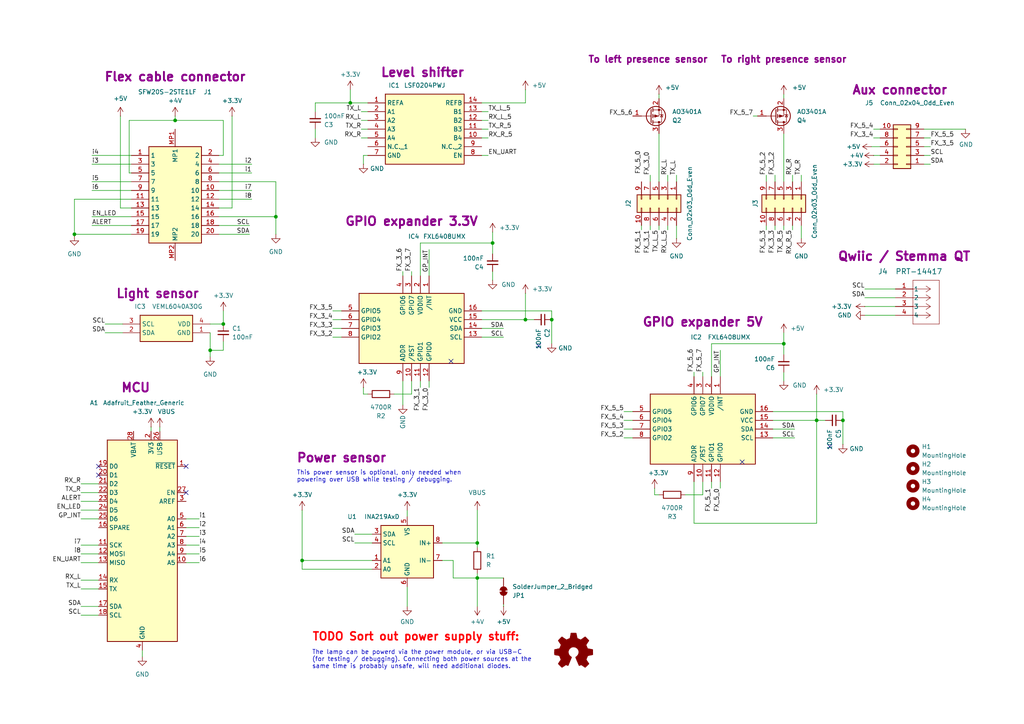
<source format=kicad_sch>
(kicad_sch (version 20231120) (generator "eeschema") (generator_version "8.0")
  (paper "A4")
  (title_block (title "besteLampe! ABL Controller Module") (date "2024-10-01") (rev "1.0") (comment 1 "See  https://lenaschimmel.de/besteLampe! for the source and more information") (comment 2 "This source describes Open Hardware and is licensed under the CERN-OHL-S v2.") (comment 3 "Copyright 2024 Lena Schimmel <mail@lenaschimmel.de>"))
  (lib_symbols
    (symbol "Connector_Generic:Conn_02x05_Odd_Even" (pin_names (offset 1.016) hide)
      (property "Reference" "J" (at 1.27 7.62 0))
      (property "Value" "Conn_02x05_Odd_Even" (at 1.27 -7.62 0))
      (symbol "Conn_02x05_Odd_Even_1_1"
        (pin passive line (at -5.08 5.08 0) (length 3.81) (name "Pin_1") (number "1"))
        (pin passive line (at 7.62 -5.08 180) (length 3.81) (name "Pin_10") (number "10"))
        (pin passive line (at 7.62 5.08 180) (length 3.81) (name "Pin_2") (number "2"))
        (pin passive line (at -5.08 2.54 0) (length 3.81) (name "Pin_3") (number "3"))
        (pin passive line (at 7.62 2.54 180) (length 3.81) (name "Pin_4") (number "4"))
        (pin passive line (at -5.08 0 0) (length 3.81) (name "Pin_5") (number "5"))
        (pin passive line (at 7.62 0 180) (length 3.81) (name "Pin_6") (number "6"))
        (pin passive line (at -5.08 -2.54 0) (length 3.81) (name "Pin_7") (number "7"))
        (pin passive line (at 7.62 -2.54 180) (length 3.81) (name "Pin_8") (number "8"))
        (pin passive line (at -5.08 -5.08 0) (length 3.81) (name "Pin_9") (number "9"))
      )
    )
    (symbol "Device:C_Small" (pin_numbers hide) (pin_names (offset 0.254) hide)
      (property "Reference" "C" (at 0.254 1.778 0))
      (property "Value" "C_Small" (at 0.254 -2.032 0))
      (symbol "C_Small_1_1"
        (pin passive line (at 0 2.54 270) (length 2.032) (name "~") (number "1"))
        (pin passive line (at 0 -2.54 90) (length 2.032) (name "~") (number "2"))
      )
    )
    (symbol "Device:R" (pin_numbers hide) (pin_names (offset 0))
      (property "Reference" "R" (at 2.032 0 90))
      (property "Value" "R" (at 0 0 90))
      (symbol "R_1_1"
        (pin passive line (at 0 3.81 270) (length 1.27) (name "~") (number "1"))
        (pin passive line (at 0 -3.81 90) (length 1.27) (name "~") (number "2"))
      )
    )
    (symbol "FXL6408UMX:FXL6408UMX"
      (property "Reference" "IC" (at 26.67 15.24 0))
      (property "Value" "FXL6408UMX" (at 26.67 12.7 0))
      (symbol "FXL6408UMX_1_1"
        (pin passive line (at 0 0 0) (length 5.08) (name "/INT") (number "1"))
        (pin passive line (at 30.48 -5.08 180) (length 5.08) (name "/RST") (number "10"))
        (pin passive line (at 30.48 -2.54 180) (length 5.08) (name "GPIO1") (number "11"))
        (pin passive line (at 30.48 0 180) (length 5.08) (name "GPIO0") (number "12"))
        (pin passive line (at 17.78 15.24 270) (length 5.08) (name "SCL") (number "13"))
        (pin passive line (at 15.24 15.24 270) (length 5.08) (name "SDA") (number "14"))
        (pin passive line (at 12.7 15.24 270) (length 5.08) (name "VCC") (number "15"))
        (pin passive line (at 10.16 15.24 270) (length 5.08) (name "GND") (number "16"))
        (pin passive line (at 0 -2.54 0) (length 5.08) (name "VDDIO") (number "2"))
        (pin passive line (at 0 -5.08 0) (length 5.08) (name "GPIO7") (number "3"))
        (pin passive line (at 0 -7.62 0) (length 5.08) (name "GPIO6") (number "4"))
        (pin passive line (at 10.16 -25.4 90) (length 5.08) (name "GPIO5") (number "5"))
        (pin passive line (at 12.7 -25.4 90) (length 5.08) (name "GPIO4") (number "6"))
        (pin passive line (at 15.24 -25.4 90) (length 5.08) (name "GPIO3") (number "7"))
        (pin passive line (at 17.78 -25.4 90) (length 5.08) (name "GPIO2") (number "8"))
        (pin passive line (at 30.48 -7.62 180) (length 5.08) (name "ADDR") (number "9"))
      )
    )
    (symbol "Graphic:Logo_Open_Hardware_Small" (in_bom no) (on_board no))
    (symbol "Jumper:SolderJumper_2_Bridged" (pin_numbers hide) (pin_names (offset 0) hide) (exclude_from_sim yes) (in_bom no)
      (property "Reference" "JP" (at 0 2.032 0))
      (property "Value" "SolderJumper_2_Bridged" (at 0 -2.54 0))
      (symbol "SolderJumper_2_Bridged_1_1"
        (pin passive line (at -3.81 0 0) (length 2.54) (name "A") (number "1"))
        (pin passive line (at 3.81 0 180) (length 2.54) (name "B") (number "2"))
      )
    )
    (symbol "LSF0204PWJ:LSF0204PWJ"
      (property "Reference" "IC" (at 29.21 7.62 0))
      (property "Value" "LSF0204PWJ" (at 29.21 5.08 0))
      (symbol "LSF0204PWJ_1_1"
        (pin passive line (at 0 0 0) (length 5.08) (name "REFA") (number "1"))
        (pin passive line (at 33.02 -10.16 180) (length 5.08) (name "B4") (number "10"))
        (pin passive line (at 33.02 -7.62 180) (length 5.08) (name "B3") (number "11"))
        (pin passive line (at 33.02 -5.08 180) (length 5.08) (name "B2") (number "12"))
        (pin passive line (at 33.02 -2.54 180) (length 5.08) (name "B1") (number "13"))
        (pin passive line (at 33.02 0 180) (length 5.08) (name "REFB") (number "14"))
        (pin passive line (at 0 -2.54 0) (length 5.08) (name "A1") (number "2"))
        (pin passive line (at 0 -5.08 0) (length 5.08) (name "A2") (number "3"))
        (pin passive line (at 0 -7.62 0) (length 5.08) (name "A3") (number "4"))
        (pin passive line (at 0 -10.16 0) (length 5.08) (name "A4") (number "5"))
        (pin passive line (at 0 -12.7 0) (length 5.08) (name "N.C._1") (number "6"))
        (pin passive line (at 0 -15.24 0) (length 5.08) (name "GND") (number "7"))
        (pin passive line (at 33.02 -15.24 180) (length 5.08) (name "EN") (number "8"))
        (pin passive line (at 33.02 -12.7 180) (length 5.08) (name "N.C._2") (number "9"))
      )
    )
    (symbol "MCU_Module:Adafruit_Feather_Generic"
      (property "Reference" "A" (at -10.16 29.21 0))
      (property "Value" "Adafruit_Feather_Generic" (at 2.54 -31.75 0))
      (symbol "Adafruit_Feather_Generic_1_1"
        (pin input line (at 12.7 20.32 180) (length 2.54) (name "~{RESET}") (number "1"))
        (pin bidirectional line (at 12.7 -7.62 180) (length 2.54) (name "A5") (number "10"))
        (pin bidirectional line (at -12.7 -2.54 0) (length 2.54) (name "SCK") (number "11"))
        (pin bidirectional line (at -12.7 -5.08 0) (length 2.54) (name "MOSI") (number "12"))
        (pin bidirectional line (at -12.7 -7.62 0) (length 2.54) (name "MISO") (number "13"))
        (pin bidirectional line (at -12.7 -12.7 0) (length 2.54) (name "RX") (number "14"))
        (pin bidirectional line (at -12.7 -15.24 0) (length 2.54) (name "TX") (number "15"))
        (pin bidirectional line (at -12.7 2.54 0) (length 2.54) (name "SPARE") (number "16"))
        (pin bidirectional line (at -12.7 -20.32 0) (length 2.54) (name "SDA") (number "17"))
        (pin bidirectional line (at -12.7 -22.86 0) (length 2.54) (name "SCL") (number "18"))
        (pin bidirectional line (at -12.7 20.32 0) (length 2.54) (name "D0") (number "19"))
        (pin power_in line (at 2.54 30.48 270) (length 2.54) (name "3V3") (number "2"))
        (pin bidirectional line (at -12.7 17.78 0) (length 2.54) (name "D1") (number "20"))
        (pin bidirectional line (at -12.7 15.24 0) (length 2.54) (name "D2") (number "21"))
        (pin bidirectional line (at -12.7 12.7 0) (length 2.54) (name "D3") (number "22"))
        (pin bidirectional line (at -12.7 10.16 0) (length 2.54) (name "D4") (number "23"))
        (pin bidirectional line (at -12.7 7.62 0) (length 2.54) (name "D5") (number "24"))
        (pin bidirectional line (at -12.7 5.08 0) (length 2.54) (name "D6") (number "25"))
        (pin power_in line (at 5.08 30.48 270) (length 2.54) (name "USB") (number "26"))
        (pin input line (at 12.7 12.7 180) (length 2.54) (name "EN") (number "27"))
        (pin power_in line (at -2.54 30.48 270) (length 2.54) (name "VBAT") (number "28"))
        (pin input line (at 12.7 10.16 180) (length 2.54) (name "AREF") (number "3"))
        (pin power_in line (at 0 -33.02 90) (length 2.54) (name "GND") (number "4"))
        (pin bidirectional line (at 12.7 5.08 180) (length 2.54) (name "A0") (number "5"))
        (pin bidirectional line (at 12.7 2.54 180) (length 2.54) (name "A1") (number "6"))
        (pin bidirectional line (at 12.7 0 180) (length 2.54) (name "A2") (number "7"))
        (pin bidirectional line (at 12.7 -2.54 180) (length 2.54) (name "A3") (number "8"))
        (pin bidirectional line (at 12.7 -5.08 180) (length 2.54) (name "A4") (number "9"))
      )
    )
    (symbol "Mechanical:MountingHole" (pin_names (offset 1.016)) (exclude_from_sim yes) (in_bom no)
      (property "Reference" "H" (at 0 5.08 0))
      (property "Value" "MountingHole" (at 0 3.175 0))
    )
    (symbol "PRT-14417:PRT-14417" (pin_names (offset 0.254))
      (property "Reference" "J" (at 8.89 6.35 0))
      (property "Value" "PRT-14417" (at 0 0 0))
      (symbol "PRT-14417_1_1"
        (pin unspecified line (at 0 0 0) (length 5.08) (name "1") (number "1"))
        (pin unspecified line (at 0 -2.54 0) (length 5.08) (name "2") (number "2"))
        (pin unspecified line (at 0 -5.08 0) (length 5.08) (name "3") (number "3"))
        (pin unspecified line (at 0 -7.62 0) (length 5.08) (name "4") (number "4"))
      )
      (symbol "PRT-14417_1_2"
        (pin unspecified line (at 0 0 0) (length 5.08) (name "1") (number "1"))
        (pin unspecified line (at 0 -2.54 0) (length 5.08) (name "2") (number "2"))
        (pin unspecified line (at 0 -5.08 0) (length 5.08) (name "3") (number "3"))
        (pin unspecified line (at 0 -7.62 0) (length 5.08) (name "4") (number "4"))
      )
    )
    (symbol "SFW20S-2STE1LF:SFW20S-2STE1LF"
      (property "Reference" "J" (at 34.29 12.7 0))
      (property "Value" "SFW20S-2STE1LF" (at 34.29 10.16 0))
      (symbol "SFW20S-2STE1LF_1_1"
        (pin passive line (at 7.62 -12.7 90) (length 5.08) (name "1") (number "1"))
        (pin passive line (at 17.78 12.7 270) (length 5.08) (name "10") (number "10"))
        (pin passive line (at 20.32 -12.7 90) (length 5.08) (name "11") (number "11"))
        (pin passive line (at 20.32 12.7 270) (length 5.08) (name "12") (number "12"))
        (pin passive line (at 22.86 -12.7 90) (length 5.08) (name "13") (number "13"))
        (pin passive line (at 22.86 12.7 270) (length 5.08) (name "14") (number "14"))
        (pin passive line (at 25.4 -12.7 90) (length 5.08) (name "15") (number "15"))
        (pin passive line (at 25.4 12.7 270) (length 5.08) (name "16") (number "16"))
        (pin passive line (at 27.94 -12.7 90) (length 5.08) (name "17") (number "17"))
        (pin passive line (at 27.94 12.7 270) (length 5.08) (name "18") (number "18"))
        (pin passive line (at 30.48 -12.7 90) (length 5.08) (name "19") (number "19"))
        (pin passive line (at 7.62 12.7 270) (length 5.08) (name "2") (number "2"))
        (pin passive line (at 30.48 12.7 270) (length 5.08) (name "20") (number "20"))
        (pin passive line (at 10.16 -12.7 90) (length 5.08) (name "3") (number "3"))
        (pin passive line (at 10.16 12.7 270) (length 5.08) (name "4") (number "4"))
        (pin passive line (at 12.7 -12.7 90) (length 5.08) (name "5") (number "5"))
        (pin passive line (at 12.7 12.7 270) (length 5.08) (name "6") (number "6"))
        (pin passive line (at 15.24 -12.7 90) (length 5.08) (name "7") (number "7"))
        (pin passive line (at 15.24 12.7 270) (length 5.08) (name "8") (number "8"))
        (pin passive line (at 17.78 -12.7 90) (length 5.08) (name "9") (number "9"))
        (pin passive line (at 0 0 0) (length 5.08) (name "MP1") (number "MP1"))
        (pin passive line (at 38.1 0 180) (length 5.08) (name "MP2") (number "MP2"))
      )
    )
    (symbol "Sensor_Energy:INA219AxD"
      (property "Reference" "U" (at -6.35 8.89 0))
      (property "Value" "INA219AxD" (at 5.08 8.89 0))
      (symbol "INA219AxD_1_1"
        (pin input line (at 10.16 -2.54 180) (length 2.54) (name "A1") (number "1"))
        (pin input line (at 10.16 -5.08 180) (length 2.54) (name "A0") (number "2"))
        (pin bidirectional line (at 10.16 5.08 180) (length 2.54) (name "SDA") (number "3"))
        (pin input line (at 10.16 2.54 180) (length 2.54) (name "SCL") (number "4"))
        (pin power_in line (at 0 10.16 270) (length 2.54) (name "VS") (number "5"))
        (pin power_in line (at 0 -10.16 90) (length 2.54) (name "GND") (number "6"))
        (pin input line (at -10.16 -2.54 0) (length 2.54) (name "IN-") (number "7"))
        (pin input line (at -10.16 2.54 0) (length 2.54) (name "IN+") (number "8"))
      )
    )
    (symbol "Transistor_FET:AO3401A" (pin_names hide)
      (property "Reference" "Q" (at 5.08 1.905 0))
      (property "Value" "AO3401A" (at 5.08 0 0))
      (symbol "AO3401A_1_1"
        (pin input line (at -5.08 0 0) (length 2.54) (name "G") (number "1"))
        (pin passive line (at 2.54 -5.08 90) (length 2.54) (name "S") (number "2"))
        (pin passive line (at 2.54 5.08 270) (length 2.54) (name "D") (number "3"))
      )
    )
    (symbol "VEML6040A3OG:VEML6040A3OG"
      (property "Reference" "IC" (at 21.59 7.62 0))
      (property "Value" "VEML6040A3OG" (at 21.59 5.08 0))
      (symbol "VEML6040A3OG_1_1"
        (pin passive line (at 25.4 0 180) (length 5.08) (name "GND") (number "1"))
        (pin passive line (at 0 0 0) (length 5.08) (name "SDA") (number "2"))
        (pin passive line (at 0 -2.54 0) (length 5.08) (name "SCL") (number "3"))
        (pin passive line (at 25.4 -2.54 180) (length 5.08) (name "VDD") (number "4"))
      )
    )
    (symbol "power:+3.3V" (power) (pin_numbers hide) (pin_names (offset 0) hide)
      (property "Value" "+3.3V" (at 0 3.556 0))
      (symbol "+3.3V_1_1"
        (pin power_in line (at 0 0 90) (length 0) (name "~") (number "1"))
      )
    )
    (symbol "power:+4V" (power) (pin_numbers hide) (pin_names (offset 0) hide)
      (property "Value" "+4V" (at 0 3.556 0))
      (symbol "+4V_1_1"
        (pin power_in line (at 0 0 90) (length 0) (name "~") (number "1"))
      )
    )
    (symbol "power:+5V" (power) (pin_numbers hide) (pin_names (offset 0) hide)
      (property "Value" "+5V" (at 0 3.556 0))
      (symbol "+5V_1_1"
        (pin power_in line (at 0 0 90) (length 0) (name "~") (number "1"))
      )
    )
    (symbol "power:GND" (power) (pin_numbers hide) (pin_names (offset 0) hide)
      (property "Value" "GND" (at 0 -3.81 0))
      (symbol "GND_1_1"
        (pin power_in line (at 0 0 270) (length 0) (name "~") (number "1"))
      )
    )
    (symbol "power:VBUS" (power) (pin_numbers hide) (pin_names (offset 0) hide)
      (property "Value" "VBUS" (at 0 3.556 0))
      (symbol "VBUS_1_1"
        (pin power_in line (at 0 0 90) (length 0) (name "~") (number "1"))
      )
    )
  )
  (junction (at 21.59 67.945))
  (junction (at 236.855 121.92))
  (junction (at 160.02 92.71))
  (junction (at 87.63 162.56))
  (junction (at 138.43 167.64))
  (junction (at 227.33 99.695))
  (junction (at 80.01 62.865))
  (junction (at 152.4 92.71))
  (junction (at 64.77 93.98))
  (junction (at 101.6 29.845))
  (junction (at 244.475 121.92))
  (junction (at 50.8 34.925))
  (junction (at 142.875 70.485))
  (junction (at 138.43 157.48))
  (junction (at 60.96 101.6))
  (no_connect (at 28.575 137.795))
  (no_connect (at 53.975 135.255))
  (no_connect (at 215.265 133.985))
  (no_connect (at 240.665 129.54))
  (no_connect (at 53.975 142.875))
  (no_connect (at 28.575 135.255))
  (no_connect (at 130.81 104.775))
  (no_connect (at 156.21 100.33))
  (wire (pts (xy 64.77 90.17) (xy 64.77 93.98)))
  (wire (pts (xy 131.445 162.56) (xy 128.27 162.56)))
  (wire (pts (xy 53.975 158.115) (xy 57.785 158.115)))
  (wire (pts (xy 107.95 154.94) (xy 102.87 154.94)))
  (wire (pts (xy 53.975 153.035) (xy 57.785 153.035)))
  (wire (pts (xy 119.38 110.49) (xy 119.38 114.3)))
  (wire (pts (xy 250.825 91.44) (xy 259.715 91.44)))
  (wire (pts (xy 160.02 99.695) (xy 160.02 92.71)))
  (wire (pts (xy 64.77 93.98) (xy 60.96 93.98)))
  (wire (pts (xy 53.975 155.575) (xy 57.785 155.575)))
  (wire (pts (xy 269.875 45.085) (xy 267.97 45.085)))
  (wire (pts (xy 60.96 96.52) (xy 60.96 101.6)))
  (wire (pts (xy 138.43 167.64) (xy 138.43 166.37)))
  (wire (pts (xy 50.8 34.925) (xy 64.77 34.925)))
  (wire (pts (xy 128.27 157.48) (xy 138.43 157.48)))
  (wire (pts (xy 105.41 114.3) (xy 106.68 114.3)))
  (wire (pts (xy 236.855 114.3) (xy 236.855 121.92)))
  (wire (pts (xy 60.96 101.6) (xy 60.96 103.505)))
  (wire (pts (xy 236.855 151.765) (xy 201.295 151.765)))
  (wire (pts (xy 119.38 114.3) (xy 114.3 114.3)))
  (wire (pts (xy 23.495 170.815) (xy 28.575 170.815)))
  (wire (pts (xy 222.25 50.8) (xy 222.25 52.705)))
  (wire (pts (xy 63.5 57.785) (xy 73.025 57.785)))
  (wire (pts (xy 227.33 110.49) (xy 227.33 107.95)))
  (wire (pts (xy 139.7 34.925) (xy 141.605 34.925)))
  (wire (pts (xy 203.835 143.51) (xy 198.755 143.51)))
  (wire (pts (xy 53.975 150.495) (xy 57.785 150.495)))
  (wire (pts (xy 239.395 121.92) (xy 236.855 121.92)))
  (wire (pts (xy 250.825 83.82) (xy 259.715 83.82)))
  (wire (pts (xy 121.92 70.485) (xy 121.92 80.01)))
  (wire (pts (xy 96.52 97.79) (xy 99.06 97.79)))
  (wire (pts (xy 23.495 142.875) (xy 28.575 142.875)))
  (wire (pts (xy 139.7 40.005) (xy 141.605 40.005)))
  (wire (pts (xy 152.4 92.71) (xy 139.7 92.71)))
  (wire (pts (xy 230.505 124.46) (xy 224.155 124.46)))
  (wire (pts (xy 236.855 121.92) (xy 236.855 151.765)))
  (wire (pts (xy 208.915 109.22) (xy 208.915 101.6)))
  (wire (pts (xy 208.915 141.605) (xy 208.915 139.7)))
  (wire (pts (xy 107.95 157.48) (xy 102.87 157.48)))
  (wire (pts (xy 104.775 32.385) (xy 106.68 32.385)))
  (wire (pts (xy 53.975 163.195) (xy 57.785 163.195)))
  (wire (pts (xy 142.875 73.66) (xy 142.875 70.485)))
  (wire (pts (xy 186.055 65.405) (xy 186.055 66.675)))
  (wire (pts (xy 23.495 175.895) (xy 28.575 175.895)))
  (wire (pts (xy 104.775 40.005) (xy 106.68 40.005)))
  (wire (pts (xy 269.875 40.005) (xy 267.97 40.005)))
  (wire (pts (xy 41.275 188.595) (xy 41.275 190.5)))
  (wire (pts (xy 244.475 119.38) (xy 244.475 121.92)))
  (wire (pts (xy 96.52 92.71) (xy 99.06 92.71)))
  (wire (pts (xy 23.495 147.955) (xy 28.575 147.955)))
  (wire (pts (xy 232.41 69.215) (xy 232.41 65.405)))
  (wire (pts (xy 139.7 32.385) (xy 141.605 32.385)))
  (wire (pts (xy 139.7 45.085) (xy 141.605 45.085)))
  (wire (pts (xy 43.815 123.825) (xy 43.815 125.095)))
  (wire (pts (xy 91.44 32.385) (xy 91.44 29.845)))
  (wire (pts (xy 63.5 65.405) (xy 72.39 65.405)))
  (wire (pts (xy 96.52 90.17) (xy 99.06 90.17)))
  (wire (pts (xy 146.05 175.26) (xy 146.05 175.895)))
  (wire (pts (xy 230.505 127) (xy 224.155 127)))
  (wire (pts (xy 80.01 52.705) (xy 80.01 62.865)))
  (wire (pts (xy 23.495 160.655) (xy 28.575 160.655)))
  (wire (pts (xy 138.43 167.64) (xy 146.05 167.64)))
  (wire (pts (xy 191.135 27.305) (xy 191.135 28.575)))
  (wire (pts (xy 87.63 162.56) (xy 107.95 162.56)))
  (wire (pts (xy 124.46 80.01) (xy 124.46 72.39)))
  (wire (pts (xy 227.33 27.305) (xy 227.33 28.575)))
  (wire (pts (xy 142.875 67.31) (xy 142.875 70.485)))
  (wire (pts (xy 87.63 147.955) (xy 87.63 162.56)))
  (wire (pts (xy 224.79 50.8) (xy 224.79 52.705)))
  (wire (pts (xy 244.475 128.905) (xy 244.475 121.92)))
  (wire (pts (xy 180.975 127) (xy 183.515 127)))
  (wire (pts (xy 63.5 47.625) (xy 73.025 47.625)))
  (wire (pts (xy 46.355 123.825) (xy 46.355 125.095)))
  (wire (pts (xy 87.63 165.1) (xy 107.95 165.1)))
  (wire (pts (xy 116.84 80.01) (xy 116.84 78.74)))
  (wire (pts (xy 206.375 99.695) (xy 206.375 109.22)))
  (wire (pts (xy 146.05 95.25) (xy 139.7 95.25)))
  (wire (pts (xy 119.38 80.01) (xy 119.38 78.74)))
  (wire (pts (xy 63.5 55.245) (xy 73.025 55.245)))
  (wire (pts (xy 180.975 119.38) (xy 183.515 119.38)))
  (wire (pts (xy 23.495 163.195) (xy 28.575 163.195)))
  (wire (pts (xy 50.8 33.655) (xy 50.8 34.925)))
  (wire (pts (xy 203.835 139.7) (xy 203.835 143.51)))
  (wire (pts (xy 227.33 38.735) (xy 227.33 52.705)))
  (wire (pts (xy 67.31 33.655) (xy 67.31 60.325)))
  (wire (pts (xy 26.67 47.625) (xy 38.1 47.625)))
  (wire (pts (xy 64.77 45.085) (xy 63.5 45.085)))
  (wire (pts (xy 191.135 65.405) (xy 191.135 66.675)))
  (wire (pts (xy 63.5 50.165) (xy 73.025 50.165)))
  (wire (pts (xy 236.855 121.92) (xy 224.155 121.92)))
  (wire (pts (xy 250.825 88.9) (xy 259.715 88.9)))
  (wire (pts (xy 191.135 38.735) (xy 191.135 52.705)))
  (wire (pts (xy 227.33 96.52) (xy 227.33 99.695)))
  (wire (pts (xy 138.43 175.895) (xy 138.43 167.64)))
  (wire (pts (xy 131.445 167.64) (xy 138.43 167.64)))
  (wire (pts (xy 23.495 158.115) (xy 28.575 158.115)))
  (wire (pts (xy 63.5 52.705) (xy 80.01 52.705)))
  (wire (pts (xy 26.67 65.405) (xy 38.1 65.405)))
  (wire (pts (xy 38.1 57.785) (xy 21.59 57.785)))
  (wire (pts (xy 253.365 40.005) (xy 255.27 40.005)))
  (wire (pts (xy 196.215 69.215) (xy 196.215 65.405)))
  (wire (pts (xy 118.11 147.955) (xy 118.11 149.86)))
  (wire (pts (xy 146.05 97.79) (xy 139.7 97.79)))
  (wire (pts (xy 253.365 47.625) (xy 255.27 47.625)))
  (wire (pts (xy 23.495 178.435) (xy 28.575 178.435)))
  (wire (pts (xy 30.48 93.98) (xy 35.56 93.98)))
  (wire (pts (xy 152.4 85.09) (xy 152.4 92.71)))
  (wire (pts (xy 160.02 90.17) (xy 160.02 92.71)))
  (wire (pts (xy 180.975 121.92) (xy 183.515 121.92)))
  (wire (pts (xy 196.215 52.705) (xy 196.215 50.8)))
  (wire (pts (xy 116.84 110.49) (xy 116.84 117.475)))
  (wire (pts (xy 105.41 112.395) (xy 105.41 114.3)))
  (wire (pts (xy 34.925 60.325) (xy 38.1 60.325)))
  (wire (pts (xy 131.445 162.56) (xy 131.445 167.64)))
  (wire (pts (xy 124.46 112.395) (xy 124.46 110.49)))
  (wire (pts (xy 189.865 141.605) (xy 189.865 143.51)))
  (wire (pts (xy 104.775 34.925) (xy 106.68 34.925)))
  (wire (pts (xy 267.97 47.625) (xy 269.875 47.625)))
  (wire (pts (xy 80.01 67.945) (xy 80.01 62.865)))
  (wire (pts (xy 34.925 33.655) (xy 34.925 60.325)))
  (wire (pts (xy 23.495 140.335) (xy 28.575 140.335)))
  (wire (pts (xy 63.5 62.865) (xy 80.01 62.865)))
  (wire (pts (xy 104.775 37.465) (xy 106.68 37.465)))
  (wire (pts (xy 269.875 42.545) (xy 267.97 42.545)))
  (wire (pts (xy 139.7 29.845) (xy 152.4 29.845)))
  (wire (pts (xy 193.675 66.675) (xy 193.675 65.405)))
  (wire (pts (xy 139.7 90.17) (xy 160.02 90.17)))
  (wire (pts (xy 21.59 57.785) (xy 21.59 67.945)))
  (wire (pts (xy 201.295 109.22) (xy 201.295 107.95)))
  (wire (pts (xy 253.365 45.085) (xy 255.27 45.085)))
  (wire (pts (xy 139.7 37.465) (xy 141.605 37.465)))
  (wire (pts (xy 53.975 160.655) (xy 57.785 160.655)))
  (wire (pts (xy 64.77 99.06) (xy 64.77 101.6)))
  (wire (pts (xy 30.48 96.52) (xy 35.56 96.52)))
  (wire (pts (xy 218.44 33.655) (xy 219.71 33.655)))
  (wire (pts (xy 26.67 45.085) (xy 38.1 45.085)))
  (wire (pts (xy 222.25 65.405) (xy 222.25 66.675)))
  (wire (pts (xy 91.44 40.005) (xy 91.44 37.465)))
  (wire (pts (xy 105.41 47.625) (xy 105.41 45.085)))
  (wire (pts (xy 26.67 52.705) (xy 38.1 52.705)))
  (wire (pts (xy 188.595 50.8) (xy 188.595 52.705)))
  (wire (pts (xy 193.675 50.8) (xy 193.675 52.705)))
  (wire (pts (xy 152.4 26.035) (xy 152.4 29.845)))
  (wire (pts (xy 180.975 124.46) (xy 183.515 124.46)))
  (wire (pts (xy 101.6 26.035) (xy 101.6 29.845)))
  (wire (pts (xy 38.1 50.165) (xy 37.465 50.165)))
  (wire (pts (xy 154.94 92.71) (xy 152.4 92.71)))
  (wire (pts (xy 87.63 162.56) (xy 87.63 165.1)))
  (wire (pts (xy 105.41 45.085) (xy 106.68 45.085)))
  (wire (pts (xy 203.835 109.22) (xy 203.835 107.95)))
  (wire (pts (xy 60.96 101.6) (xy 64.77 101.6)))
  (wire (pts (xy 67.31 60.325) (xy 63.5 60.325)))
  (wire (pts (xy 138.43 157.48) (xy 138.43 158.75)))
  (wire (pts (xy 267.97 37.465) (xy 280.035 37.465)))
  (wire (pts (xy 206.375 99.695) (xy 227.33 99.695)))
  (wire (pts (xy 118.11 170.18) (xy 118.11 175.895)))
  (wire (pts (xy 121.92 70.485) (xy 142.875 70.485)))
  (wire (pts (xy 227.33 65.405) (xy 227.33 66.675)))
  (wire (pts (xy 50.8 34.925) (xy 37.465 34.925)))
  (wire (pts (xy 101.6 29.845) (xy 106.68 29.845)))
  (wire (pts (xy 227.33 102.87) (xy 227.33 99.695)))
  (wire (pts (xy 63.5 67.945) (xy 72.39 67.945)))
  (wire (pts (xy 26.67 62.865) (xy 38.1 62.865)))
  (wire (pts (xy 26.67 55.245) (xy 38.1 55.245)))
  (wire (pts (xy 21.59 67.945) (xy 38.1 67.945)))
  (wire (pts (xy 23.495 168.275) (xy 28.575 168.275)))
  (wire (pts (xy 142.875 81.28) (xy 142.875 78.74)))
  (wire (pts (xy 91.44 29.845) (xy 101.6 29.845)))
  (wire (pts (xy 23.495 150.495) (xy 28.575 150.495)))
  (wire (pts (xy 21.59 68.58) (xy 21.59 67.945)))
  (wire (pts (xy 253.365 37.465) (xy 255.27 37.465)))
  (wire (pts (xy 189.865 143.51) (xy 191.135 143.51)))
  (wire (pts (xy 37.465 34.925) (xy 37.465 50.165)))
  (wire (pts (xy 23.495 145.415) (xy 28.575 145.415)))
  (wire (pts (xy 252.73 42.545) (xy 255.27 42.545)))
  (wire (pts (xy 121.92 112.395) (xy 121.92 110.49)))
  (wire (pts (xy 188.595 65.405) (xy 188.595 66.675)))
  (wire (pts (xy 206.375 141.605) (xy 206.375 139.7)))
  (wire (pts (xy 229.87 50.8) (xy 229.87 52.705)))
  (wire (pts (xy 224.79 65.405) (xy 224.79 66.675)))
  (wire (pts (xy 232.41 50.8) (xy 232.41 52.705)))
  (wire (pts (xy 96.52 95.25) (xy 99.06 95.25)))
  (wire (pts (xy 250.825 86.36) (xy 259.715 86.36)))
  (wire (pts (xy 224.155 119.38) (xy 244.475 119.38)))
  (wire (pts (xy 138.43 147.955) (xy 138.43 157.48)))
  (wire (pts (xy 229.87 65.405) (xy 229.87 66.675)))
  (wire (pts (xy 64.77 34.925) (xy 64.77 45.085)))
  (wire (pts (xy 201.295 139.7) (xy 201.295 151.765)))
  (text_box "The lamp can be powerd via the power module, or via USB-C (for testing / debugging). Connecting both power sources at the same time is probably unsafe, will need additional diodes." (at 89.535 187.325 0) (size 66.04 10.16) (stroke (width -0.0001)) (effects (font (size 1.27 1.27)) (justify left top)))
  (text_box "This power sensor is optional, only needed when powering over USB while testing / debugging." (at 85.09 135.255 0) (size 53.975 6.35) (stroke (width -0.0001)) (effects (font (size 1.27 1.27)) (justify left top)))
  (text "TODO Sort out power supply stuff:" (at 120.65 184.785 0) (effects (font (size 2.286 2.286) (thickness 0.4572) (bold yes))))
  (label "RX_L" (at 193.675 50.8 90))
  (label "EN_LED" (at 26.67 62.865 0))
  (label "SDA" (at 230.505 124.46 180))
  (label "EN_UART" (at 141.605 45.085 0))
  (label "SCL" (at 72.39 65.405 180))
  (label "SDA" (at 269.875 47.625 0))
  (label "FX_3_5" (at 269.875 42.545 0))
  (label "FX_3_0" (at 188.595 50.8 90))
  (label "FX_5_2" (at 180.975 127 180))
  (label "ALERT" (at 26.67 65.405 0))
  (label "RX_R" (at 104.775 40.005 180))
  (label "TX_R_5" (at 227.33 66.675 270))
  (label "i3" (at 26.67 47.625 0))
  (label "EN_LED" (at 23.495 147.955 180))
  (label "FX_5_5" (at 180.975 119.38 180))
  (label "i6" (at 26.67 55.245 0))
  (label "i5" (at 57.785 160.655 0))
  (label "i7" (at 73.025 55.245 180))
  (label "FX_3_6" (at 116.84 78.74 90))
  (label "FX_3_3" (at 224.79 66.675 270))
  (label "RX_L" (at 104.775 34.925 180))
  (label "TX_L_5" (at 141.605 32.385 0))
  (label "FX_3_1" (at 188.595 66.675 270))
  (label "TX_L" (at 104.775 32.385 180))
  (label "FX_5_0" (at 208.915 141.605 270))
  (label "TX_L" (at 196.215 50.8 90))
  (label "SCL" (at 102.87 157.48 180))
  (label "FX_3_3" (at 96.52 95.25 180))
  (label "i4" (at 57.785 158.115 0))
  (label "SCL" (at 146.05 97.79 180))
  (label "i1" (at 57.785 150.495 0))
  (label "FX_5_2" (at 222.25 50.8 90))
  (label "TX_L_5" (at 191.135 66.675 270))
  (label "i5" (at 26.67 52.705 0))
  (label "FX_5_7" (at 218.44 33.655 180))
  (label " FX_5_1" (at 186.055 66.675 270))
  (label "RX_L_5" (at 141.605 34.925 0))
  (label "SCL" (at 23.495 178.435 180))
  (label "i1" (at 73.025 50.165 180))
  (label "FX_3_2" (at 96.52 97.79 180))
  (label "SDA" (at 102.87 154.94 180))
  (label "i3" (at 57.785 155.575 0))
  (label "SDA" (at 23.495 175.895 180))
  (label "i2" (at 73.025 47.625 180))
  (label "RX_R_5" (at 229.87 66.675 270))
  (label "i8" (at 23.495 160.655 180))
  (label "FX_5_6" (at 183.515 33.655 180))
  (label "SDA" (at 250.825 86.36 180))
  (label "TX_R_5" (at 141.605 37.465 0))
  (label "FX_3_2" (at 224.79 50.8 90))
  (label "SCL" (at 230.505 127 180))
  (label "SCL" (at 269.875 45.085 0))
  (label "FX_3_1" (at 121.92 112.395 270))
  (label "TX_R" (at 232.41 50.8 90))
  (label "i8" (at 73.025 57.785 180))
  (label "RX_L_5" (at 193.675 66.675 270))
  (label "FX_3_7" (at 119.38 78.74 90))
  (label "i6" (at 57.785 163.195 0))
  (label "FX_3_5" (at 96.52 90.17 180))
  (label "RX_R_5" (at 141.605 40.005 0))
  (label "FX_3_4" (at 253.365 40.005 180))
  (label "TX_R" (at 23.495 142.875 180))
  (label "RX_L" (at 23.495 168.275 180))
  (label " FX_5_0" (at 186.055 51.435 90))
  (label "SCL" (at 250.825 83.82 180))
  (label "FX_5_6" (at 201.295 107.95 90))
  (label "RX_R" (at 23.495 140.335 180))
  (label "FX_5_4" (at 180.975 121.92 180))
  (label "FX_3_0" (at 124.46 112.395 270))
  (label "GP_INT" (at 208.915 101.6 270))
  (label "FX_3_4" (at 96.52 92.71 180))
  (label "i7" (at 23.495 158.115 180))
  (label "FX_5_7" (at 203.835 107.95 90))
  (label "SDA" (at 30.48 96.52 180))
  (label "FX_5_1" (at 206.375 141.605 270))
  (label "ALERT" (at 23.495 145.415 180))
  (label "GP_INT" (at 124.46 72.39 270))
  (label "GP_INT" (at 23.495 150.495 180))
  (label "SDA" (at 146.05 95.25 180))
  (label "FX_5_3" (at 180.975 124.46 180))
  (label "i4" (at 26.67 45.085 0))
  (label "FX_5_4" (at 253.365 37.465 180))
  (label "RX_R" (at 229.87 50.8 90))
  (label "TX_R" (at 104.775 37.465 180))
  (label "EN_UART" (at 23.495 163.195 180))
  (label "SCL" (at 30.48 93.98 180))
  (label "TX_L" (at 23.495 170.815 180))
  (label "SDA" (at 72.39 67.945 180))
  (label "i2" (at 57.785 153.035 0))
  (label "FX_5_3" (at 222.25 66.675 270))
  (label "FX_5_5" (at 269.875 40.005 0))
  (symbol (lib_id "power:GND") (at 41.275 190.5 0) (unit 1)
    (property "Reference" "#PWR08" (effects (hide yes)))
    (property "Value" "GND" (at 41.275 195.58 0))
    (property "Description" "Power symbol creates a global label with name \"GND\" , ground" (effects (hide yes)))
  )
  (symbol (lib_id "power:+5V") (at 191.135 27.305 0) (unit 1)
    (property "Reference" "#PWR016" (effects (hide yes)))
    (property "Value" "+5V" (at 194.945 25.4 0))
    (property "Description" "Power symbol creates a global label with name \"+5V\"" (effects (hide yes)))
  )
  (symbol (lib_id "Connector_Generic:Conn_02x05_Odd_Even") (at 262.89 42.545 180) (unit 1)
    (property "Reference" "J5" (at 252.095 29.845 0))
    (property "Value" "Conn_02x04_Odd_Even" (at 266.065 29.845 0))
    (property "Footprint" "Connector_IDC:IDC-Header_2x05_P2.54mm_Vertical" (effects (hide yes)))
    (property "Description" "Generic connector, double row, 02x05, odd/even pin numbering scheme (row 1 odd numbers, row 2 even numbers), script generated (kicad-library-utils/schlib/autogen/connector/)" (effects (hide yes)))
    (property "Purpose" "Aux connector" (at 260.985 26.035 0) (effects (font (size 2.54 2.54) (bold yes))))
  )
  (symbol (lib_id "Mechanical:MountingHole") (at 264.795 146.05 0) (unit 1) (exclude_from_sim yes) (in_bom no)
    (property "Reference" "H4" (at 267.335 144.7799 0) (effects (justify left)))
    (property "Value" "MountingHole" (at 267.335 147.3199 0) (effects (justify left)))
    (property "Footprint" "MountingHole:MountingHole_3.2mm_M3_DIN965" (effects (hide yes)))
    (property "Description" "Mounting Hole without connection" (effects (hide yes)))
  )
  (symbol (lib_id "power:+4V") (at 253.365 45.085 90) (unit 1)
    (property "Reference" "#PWR025" (effects (hide yes)))
    (property "Value" "+4V" (at 246.38 45.085 90) (effects (justify right)))
    (property "Description" "Power symbol creates a global label with name \"+4V\"" (effects (hide yes)))
  )
  (symbol (lib_id "power:GND") (at 250.825 91.44 270) (unit 1)
    (property "Reference" "#PWR022" (effects (hide yes)))
    (property "Value" "GND" (at 247.015 91.4399 90) (effects (justify right)))
    (property "Description" "Power symbol creates a global label with name \"GND\" , ground" (effects (hide yes)))
  )
  (symbol (lib_id "power:GND") (at 227.33 110.49 0) (mirror y) (unit 1)
    (property "Reference" "#PWR037" (effects (hide yes)))
    (property "Value" "GND" (at 229.87 111.7601 0) (effects (justify right)))
    (property "Description" "Power symbol creates a global label with name \"GND\" , ground" (effects (hide yes)))
  )
  (symbol (lib_id "power:GND") (at 116.84 117.475 0) (unit 1)
    (property "Reference" "#PWR028" (effects (hide yes)))
    (property "Value" "GND" (at 116.84 124.46 90) (effects (justify left)))
    (property "Description" "Power symbol creates a global label with name \"GND\" , ground" (effects (hide yes)))
  )
  (symbol (lib_id "power:+3.3V") (at 142.875 67.31 0) (mirror y) (unit 1)
    (property "Reference" "#PWR042" (effects (hide yes)))
    (property "Value" "+3.3V" (at 144.78 66.0399 0) (effects (justify right)))
    (property "Description" "Power symbol creates a global label with name \"+3.3V\"" (effects (hide yes)))
  )
  (symbol (lib_id "power:+3.3V") (at 250.825 88.9 90) (unit 1)
    (property "Reference" "#PWR021" (effects (hide yes)))
    (property "Value" "+3.3V" (at 247.015 88.8999 90) (effects (justify left)))
    (property "Description" "Power symbol creates a global label with name \"+3.3V\"" (effects (hide yes)))
  )
  (symbol (lib_id "power:+5V") (at 34.925 33.655 0) (unit 1)
    (property "Reference" "#PWR03" (effects (hide yes)))
    (property "Value" "+5V" (at 34.925 28.575 0))
    (property "Description" "Power symbol creates a global label with name \"+5V\"" (effects (hide yes)))
  )
  (symbol (lib_id "Sensor_Energy:INA219AxD") (at 118.11 160.02 0) (mirror y) (unit 1)
    (property "Reference" "U1" (at 103.505 149.86 0) (effects (justify left)))
    (property "Value" "INA219AxD" (at 115.9159 149.86 0) (effects (justify left)))
    (property "Footprint" "Package_SO:SOIC-8_3.9x4.9mm_P1.27mm" (effects (hide yes)))
    (property "Datasheet" "http://www.ti.com/lit/ds/symlink/ina219.pdf" (effects (hide yes)))
    (property "Description" "Zero-Drift, Bidirectional Current/Power Monitor (0-26V) With I2C Interface, SOIC-8" (effects (hide yes)))
    (property "LCSC Part #" "C138706" (effects (hide yes)))
    (property "Purpose" "Power sensor" (at 99.06 132.715 0) (effects (font (size 2.54 2.54) (bold yes))))
  )
  (symbol (lib_id "power:+3.3V") (at 189.865 141.605 0) (mirror y) (unit 1)
    (property "Reference" "#PWR015" (effects (hide yes)))
    (property "Value" "+3.3V" (at 187.96 137.16 0) (effects (justify right)))
    (property "Description" "Power symbol creates a global label with name \"+3.3V\"" (effects (hide yes)))
  )
  (symbol (lib_id "power:GND") (at 21.59 68.58 0) (unit 1)
    (property "Reference" "#PWR02" (effects (hide yes)))
    (property "Value" "GND" (at 21.59 73.66 0))
    (property "Description" "Power symbol creates a global label with name \"GND\" , ground" (effects (hide yes)))
  )
  (symbol (lib_id "power:VBUS") (at 138.43 147.955 0) (unit 1)
    (property "Reference" "#PWR036" (effects (hide yes)))
    (property "Value" "VBUS" (at 138.43 142.875 0))
    (property "Description" "Power symbol creates a global label with name \"VBUS\"" (effects (hide yes)))
  )
  (symbol (lib_id "power:+3.3V") (at 152.4 85.09 0) (mirror y) (unit 1)
    (property "Reference" "#PWR035" (effects (hide yes)))
    (property "Value" "+3.3V" (at 154.305 83.8199 0) (effects (justify right)))
    (property "Description" "Power symbol creates a global label with name \"+3.3V\"" (effects (hide yes)))
  )
  (symbol (lib_id "power:+5V") (at 152.4 26.035 0) (unit 1)
    (property "Reference" "#PWR041" (effects (hide yes)))
    (property "Value" "+5V" (at 154.305 24.7649 0) (effects (justify left)))
    (property "Description" "Power symbol creates a global label with name \"+5V\"" (effects (hide yes)))
  )
  (symbol (lib_id "power:GND") (at 80.01 67.945 0) (unit 1)
    (property "Reference" "#PWR06" (effects (hide yes)))
    (property "Value" "GND" (at 80.01 73.025 0))
    (property "Description" "Power symbol creates a global label with name \"GND\" , ground" (effects (hide yes)))
  )
  (symbol (lib_id "Mechanical:MountingHole") (at 264.795 135.89 0) (unit 1) (exclude_from_sim yes) (in_bom no)
    (property "Reference" "H2" (at 267.335 134.6199 0) (effects (justify left)))
    (property "Value" "MountingHole" (at 267.335 137.1599 0) (effects (justify left)))
    (property "Footprint" "MountingHole:MountingHole_3.2mm_M3_DIN965" (effects (hide yes)))
    (property "Description" "Mounting Hole without connection" (effects (hide yes)))
  )
  (symbol (lib_id "power:+5V") (at 146.05 175.895 180) (unit 1)
    (property "Reference" "#PWR09" (effects (hide yes)))
    (property "Value" "+5V" (at 146.05 180.34 0))
    (property "Description" "Power symbol creates a global label with name \"+5V\"" (effects (hide yes)))
  )
  (symbol (lib_id "Device:C_Small") (at 157.48 92.71 270) (unit 1)
    (property "Reference" "C2" (at 158.7438 95.25 0) (effects (justify left)))
    (property "Value" "100nF" (at 156.2038 95.25 0) (effects (justify left)))
    (property "Footprint" "Capacitor_SMD:C_0402_1005Metric" (effects (hide yes)))
    (property "Description" "Unpolarized capacitor, small symbol" (effects (hide yes)))
    (property "LCSC Part #" "C1525" (effects (hide yes)))
    (property "Purpose" "Decoupling" (effects (hide yes)))
  )
  (symbol (lib_id "VEML6040A3OG:VEML6040A3OG") (at 35.56 96.52 0) (mirror x) (unit 1)
    (property "Reference" "IC3" (at 40.64 88.9 0))
    (property "Value" "VEML6040A3OG" (at 51.435 88.9 0))
    (property "Footprint" "VEML6040A3OG" (effects (hide yes)))
    (property "Datasheet" "https://www.vishay.com/docs/84276/veml6040.pdf" (effects (hide yes)))
    (property "Description" "Photo IC Sensors RGBW Clr Snsr w/I2C 16-Bit 2.5-3.6V" (effects (hide yes)))
    (property "Height" "1.1" (effects (hide yes)))
    (property "Mouser Part Number" "78-VEML6040A3OG" (effects (hide yes)))
    (property "Mouser Price/Stock" "https://www.mouser.co.uk/ProductDetail/Vishay-Semiconductors/VEML6040A3OG?qs=uWNRbsI0ZdO85N24FCwIew%3D%3D" (effects (hide yes)))
    (property "Manufacturer_Name" "Vishay" (effects (hide yes)))
    (property "Manufacturer_Part_Number" "VEML6040A3OG" (effects (hide yes)))
    (property "LCSC Part #" "C78465" (effects (hide yes)))
    (property "Purpose" "Light sensor" (at 45.72 85.09 0) (effects (font (size 2.54 2.54) (bold yes))))
  )
  (symbol (lib_id "power:GND") (at 196.215 69.215 0) (unit 1)
    (property "Reference" "#PWR011" (effects (hide yes)))
    (property "Value" "GND" (at 196.215 74.295 0))
    (property "Description" "Power symbol creates a global label with name \"GND\" , ground" (effects (hide yes)))
  )
  (symbol (lib_id "power:GND") (at 60.96 103.505 0) (unit 1)
    (property "Reference" "#PWR026" (effects (hide yes)))
    (property "Value" "GND" (at 60.96 108.585 0))
    (property "Description" "Power symbol creates a global label with name \"GND\" , ground" (effects (hide yes)))
  )
  (symbol (lib_id "power:+3.3V") (at 67.31 33.655 0) (unit 1)
    (property "Reference" "#PWR04" (effects (hide yes)))
    (property "Value" "+3.3V" (at 67.31 29.21 0))
    (property "Description" "Power symbol creates a global label with name \"+3.3V\"" (effects (hide yes)))
  )
  (symbol (lib_id "power:GND") (at 160.02 99.695 0) (unit 1)
    (property "Reference" "#PWR017" (effects (hide yes)))
    (property "Value" "GND" (at 161.925 100.9649 0) (effects (justify left)))
    (property "Description" "Power symbol creates a global label with name \"GND\" , ground" (effects (hide yes)))
  )
  (symbol (lib_id "power:+5V") (at 227.33 96.52 0) (unit 1)
    (property "Reference" "#PWR038" (effects (hide yes)))
    (property "Value" "+5V" (at 229.235 95.2499 0) (effects (justify left)))
    (property "Description" "Power symbol creates a global label with name \"+5V\"" (effects (hide yes)))
  )
  (symbol (lib_id "Mechanical:MountingHole") (at 264.795 130.81 0) (unit 1) (exclude_from_sim yes) (in_bom no)
    (property "Reference" "H1" (at 267.335 129.5399 0) (effects (justify left)))
    (property "Value" "MountingHole" (at 267.335 132.0799 0) (effects (justify left)))
    (property "Footprint" "MountingHole:MountingHole_3.2mm_M3_DIN965" (effects (hide yes)))
    (property "Description" "Mounting Hole without connection" (effects (hide yes)))
  )
  (symbol (lib_id "Jumper:SolderJumper_2_Bridged") (at 146.05 171.45 90) (mirror x) (unit 1) (exclude_from_sim yes) (in_bom no)
    (property "Reference" "JP1" (at 148.59 172.7201 90) (effects (justify right)))
    (property "Value" "SolderJumper_2_Bridged" (at 148.59 170.1801 90) (effects (justify right)))
    (property "Footprint" "Jumper:SolderJumper-2_P1.3mm_Bridged2Bar_RoundedPad1.0x1.5mm" (effects (hide yes)))
    (property "Description" "Solder Jumper, 2-pole, closed/bridged" (effects (hide yes)))
    (property "Purpose" "Link voltages" (effects (hide yes)))
  )
  (symbol (lib_id "power:GND") (at 91.44 40.005 0) (mirror y) (unit 1)
    (property "Reference" "#PWR029" (effects (hide yes)))
    (property "Value" "GND" (at 93.98 41.2751 0) (effects (justify right)))
    (property "Description" "Power symbol creates a global label with name \"GND\" , ground" (effects (hide yes)))
  )
  (symbol (lib_id "Device:C_Small") (at 91.44 34.925 0) (mirror x) (unit 1)
    (property "Reference" "C3" (at 93.98 36.1888 0) (effects (justify left)))
    (property "Value" "100nF" (at 93.98 33.6488 0) (effects (justify left)))
    (property "Footprint" "Capacitor_SMD:C_0402_1005Metric" (effects (hide yes)))
    (property "Description" "Unpolarized capacitor, small symbol" (effects (hide yes)))
    (property "LCSC Part #" "C1525" (effects (hide yes)))
    (property "Purpose" "Decoupling" (effects (hide yes)))
  )
  (symbol (lib_id "Graphic:Logo_Open_Hardware_Small") (at 166.37 189.23 0) (unit 1) (exclude_from_sim yes) (in_bom no)
    (property "Reference" "#SYM1" (effects (hide yes)))
    (property "Value" "Logo_Open_Hardware_Small" (effects (hide yes)))
    (property "Footprint" "Symbol:OSHW-Logo_5.7x6mm_SilkScreen" (effects (hide yes)))
    (property "Description" "Open Hardware logo, small" (effects (hide yes)))
  )
  (symbol (lib_id "power:+4V") (at 50.8 33.655 0) (unit 1)
    (property "Reference" "#PWR05" (effects (hide yes)))
    (property "Value" "+4V" (at 50.8 29.21 0))
    (property "Description" "Power symbol creates a global label with name \"+4V\"" (effects (hide yes)))
  )
  (symbol (lib_id "power:+3.3V") (at 64.77 90.17 0) (unit 1)
    (property "Reference" "#PWR027" (effects (hide yes)))
    (property "Value" "+3.3V" (at 64.77 85.725 0))
    (property "Description" "Power symbol creates a global label with name \"+3.3V\"" (effects (hide yes)))
  )
  (symbol (lib_id "power:+5V") (at 227.33 27.305 0) (unit 1)
    (property "Reference" "#PWR019" (effects (hide yes)))
    (property "Value" "+5V" (at 231.775 25.4 0))
    (property "Description" "Power symbol creates a global label with name \"+5V\"" (effects (hide yes)))
  )
  (symbol (lib_id "MCU_Module:Adafruit_Feather_Generic") (at 41.275 155.575 0) (unit 1) (in_bom no)
    (property "Reference" "A1" (at 26.035 116.84 0) (effects (justify left)))
    (property "Value" "Adafruit_Feather_Generic" (at 29.845 116.84 0) (effects (justify left)))
    (property "Footprint" "Module:Adafruit_Feather_WithMountingHoles" (effects (hide yes)))
    (property "Datasheet" "https://cdn-learn.adafruit.com/downloads/pdf/adafruit-feather.pdf" (effects (hide yes)))
    (property "Description" "Microcontroller module in various flavor, generic symbol" (effects (hide yes)))
    (property "Purpose" "MCU" (at 39.37 112.395 0) (effects (font (size 2.54 2.54) (bold yes))))
  )
  (symbol (lib_id "power:+5V") (at 252.73 42.545 90) (unit 1)
    (property "Reference" "#PWR023" (effects (hide yes)))
    (property "Value" "+5V" (at 249.555 42.545 90) (effects (justify left)))
    (property "Description" "Power symbol creates a global label with name \"+5V\"" (effects (hide yes)))
  )
  (symbol (lib_id "Device:C_Small") (at 227.33 105.41 180) (unit 1)
    (property "Reference" "C6" (at 224.79 106.6738 0) (effects (justify left)))
    (property "Value" "100nF" (at 224.79 104.1338 0) (effects (justify left)))
    (property "Footprint" "Capacitor_SMD:C_0402_1005Metric" (effects (hide yes)))
    (property "Description" "Unpolarized capacitor, small symbol" (effects (hide yes)))
    (property "LCSC Part #" "C1525" (effects (hide yes)))
    (property "Purpose" "Decoupling" (effects (hide yes)))
  )
  (symbol (lib_id "power:GND") (at 105.41 47.625 0) (unit 1)
    (property "Reference" "#PWR013" (effects (hide yes)))
    (property "Value" "GND" (at 107.315 48.8949 0) (effects (justify left)))
    (property "Description" "Power symbol creates a global label with name \"GND\" , ground" (effects (hide yes)))
  )
  (symbol (lib_id "power:+3.3V") (at 236.855 114.3 0) (mirror y) (unit 1)
    (property "Reference" "#PWR039" (effects (hide yes)))
    (property "Value" "+3.3V" (at 238.76 113.0299 0) (effects (justify right)))
    (property "Description" "Power symbol creates a global label with name \"+3.3V\"" (effects (hide yes)))
  )
  (symbol (lib_id "Device:R") (at 194.945 143.51 270) (unit 1)
    (property "Reference" "R3" (at 194.945 149.86 90))
    (property "Value" "4700R" (at 194.945 147.32 90))
    (property "Footprint" "Resistor_SMD:R_0603_1608Metric_Pad0.98x0.95mm_HandSolder" (effects (hide yes)))
    (property "Description" "Resistor" (effects (hide yes)))
    (property "LCSC Part #" "C23162" (effects (hide yes)))
    (property "Purpose" "Pull-Up" (effects (hide yes)))
  )
  (symbol (lib_id "power:GND") (at 232.41 69.215 0) (unit 1)
    (property "Reference" "#PWR020" (effects (hide yes)))
    (property "Value" "GND" (at 232.41 74.295 0))
    (property "Description" "Power symbol creates a global label with name \"GND\" , ground" (effects (hide yes)))
  )
  (symbol (lib_id "Device:R") (at 138.43 162.56 0) (unit 1)
    (property "Reference" "R1" (at 140.97 161.2899 0) (effects (justify left)))
    (property "Value" "R" (at 140.97 163.8299 0) (effects (justify left)))
    (property "Footprint" "Resistor_SMD:R_2512_6332Metric" (effects (hide yes)))
    (property "Description" "Resistor" (effects (hide yes)))
    (property "LCSC Part #" "C2994640" (effects (hide yes)))
    (property "Purpose" "Current sensing" (effects (hide yes)))
  )
  (symbol (lib_id "power:+4V") (at 138.43 175.895 180) (unit 1)
    (property "Reference" "#PWR010" (effects (hide yes)))
    (property "Value" "+4V" (at 138.43 180.34 0))
    (property "Description" "Power symbol creates a global label with name \"+4V\"" (effects (hide yes)))
  )
  (symbol (lib_id "power:+3.3V") (at 118.11 147.955 0) (mirror y) (unit 1)
    (property "Reference" "#PWR032" (effects (hide yes)))
    (property "Value" "+3.3V" (at 118.11 143.51 0))
    (property "Description" "Power symbol creates a global label with name \"+3.3V\"" (effects (hide yes)))
  )
  (symbol (lib_id "power:+3.3V") (at 87.63 147.955 0) (mirror y) (unit 1)
    (property "Reference" "#PWR034" (effects (hide yes)))
    (property "Value" "+3.3V" (at 87.63 143.51 0))
    (property "Description" "Power symbol creates a global label with name \"+3.3V\"" (effects (hide yes)))
  )
  (symbol (lib_id "Device:C_Small") (at 142.875 76.2 180) (unit 1)
    (property "Reference" "C4" (at 140.335 77.4638 0) (effects (justify left)))
    (property "Value" "100nF" (at 140.335 74.9238 0) (effects (justify left)))
    (property "Footprint" "Capacitor_SMD:C_0402_1005Metric" (effects (hide yes)))
    (property "Description" "Unpolarized capacitor, small symbol" (effects (hide yes)))
    (property "LCSC Part #" "C1525" (effects (hide yes)))
    (property "Purpose" "Decoupling" (effects (hide yes)))
  )
  (symbol (lib_id "Connector_Generic:Conn_02x05_Odd_Even") (at 227.33 57.785 270) (unit 1)
    (property "Reference" "J3" (at 219.075 59.055 0))
    (property "Value" "Conn_02x03_Odd_Even" (at 236.22 58.42 0))
    (property "Footprint" "Connector_IDC:IDC-Header_2x05_P2.54mm_Vertical" (effects (hide yes)))
    (property "Description" "Generic connector, double row, 02x05, odd/even pin numbering scheme (row 1 odd numbers, row 2 even numbers), script generated (kicad-library-utils/schlib/autogen/connector/)" (effects (hide yes)))
    (property "Purpose" "To right presence sensor" (at 227.33 17.145 90) (effects (font (size 1.905 1.905) (bold yes))))
  )
  (symbol (lib_id "Connector_Generic:Conn_02x05_Odd_Even") (at 191.135 57.785 270) (unit 1)
    (property "Reference" "J2" (at 182.245 59.055 0))
    (property "Value" "Conn_02x03_Odd_Even" (at 200.025 59.055 0))
    (property "Footprint" "Connector_IDC:IDC-Header_2x05_P2.54mm_Vertical" (effects (hide yes)))
    (property "Description" "Generic connector, double row, 02x05, odd/even pin numbering scheme (row 1 odd numbers, row 2 even numbers), script generated (kicad-library-utils/schlib/autogen/connector/)" (effects (hide yes)))
    (property "Purpose" "To left presence sensor" (at 187.96 17.145 90) (effects (font (size 1.905 1.905) (bold yes))))
  )
  (symbol (lib_id "power:+3.3V") (at 101.6 26.035 0) (unit 1)
    (property "Reference" "#PWR014" (effects (hide yes)))
    (property "Value" "+3.3V" (at 101.6 21.59 0))
    (property "Description" "Power symbol creates a global label with name \"+3.3V\"" (effects (hide yes)))
  )
  (symbol (lib_id "LSF0204PWJ:LSF0204PWJ") (at 106.68 29.845 0) (unit 1)
    (property "Reference" "IC1" (at 114.3 24.765 0))
    (property "Value" "LSF0204PWJ" (at 123.19 24.765 0))
    (property "Footprint" "SOP65P640X110-14N" (effects (hide yes)))
    (property "Datasheet" "https://assets.nexperia.com/documents/data-sheet/LSF0204.pdf" (effects (hide yes)))
    (property "Description" "Voltage Level Translator CMOS to CMOS 4-CH Bidirectional 14-Pin TSSOP T/R" (effects (hide yes)))
    (property "Height" "1.1" (effects (hide yes)))
    (property "Mouser Part Number" "771-LSF0204PWJ" (effects (hide yes)))
    (property "Mouser Price/Stock" "https://www.mouser.co.uk/ProductDetail/Nexperia/LSF0204PWJ?qs=sPbYRqrBIVlVSmmo7LgSzQ%3D%3D" (effects (hide yes)))
    (property "Manufacturer_Name" "Nexperia" (effects (hide yes)))
    (property "Manufacturer_Part_Number" "LSF0204PWJ" (effects (hide yes)))
    (property "LCSC Part #" "C4363923" (effects (hide yes)))
    (property "Purpose" "Level shifter" (at 122.555 20.955 0) (effects (font (size 2.54 2.54) (bold yes))))
  )
  (symbol (lib_id "Mechanical:MountingHole") (at 264.795 140.97 0) (unit 1) (exclude_from_sim yes) (in_bom no)
    (property "Reference" "H3" (at 267.335 139.6999 0) (effects (justify left)))
    (property "Value" "MountingHole" (at 267.335 142.2399 0) (effects (justify left)))
    (property "Footprint" "MountingHole:MountingHole_3.2mm_M3_DIN965" (effects (hide yes)))
    (property "Description" "Mounting Hole without connection" (effects (hide yes)))
  )
  (symbol (lib_id "Transistor_FET:AO3401A") (at 188.595 33.655 0) (mirror x) (unit 1)
    (property "Reference" "Q2" (at 194.945 34.9251 0) (effects (justify left)))
    (property "Value" "AO3401A" (at 194.945 32.3851 0) (effects (justify left)))
    (property "Footprint" "Package_TO_SOT_SMD:SOT-23" (effects (hide yes)))
    (property "Datasheet" "http://www.aosmd.com/pdfs/datasheet/AO3401A.pdf" (effects (hide yes)))
    (property "Description" "-4.0A Id, -30V Vds, P-Channel MOSFET, SOT-23" (effects (hide yes)))
  )
  (symbol (lib_id "Device:C_Small") (at 241.935 121.92 270) (unit 1)
    (property "Reference" "C5" (at 243.1988 124.46 0) (effects (justify left)))
    (property "Value" "100nF" (at 240.6588 124.46 0) (effects (justify left)))
    (property "Footprint" "Capacitor_SMD:C_0402_1005Metric" (effects (hide yes)))
    (property "Description" "Unpolarized capacitor, small symbol" (effects (hide yes)))
    (property "LCSC Part #" "C1525" (effects (hide yes)))
    (property "Purpose" "Decoupling" (effects (hide yes)))
  )
  (symbol (lib_id "power:GND") (at 244.475 128.905 0) (unit 1)
    (property "Reference" "#PWR040" (effects (hide yes)))
    (property "Value" "GND" (at 246.38 130.1749 0) (effects (justify left)))
    (property "Description" "Power symbol creates a global label with name \"GND\" , ground" (effects (hide yes)))
  )
  (symbol (lib_id "power:+3.3V") (at 253.365 47.625 90) (unit 1)
    (property "Reference" "#PWR024" (effects (hide yes)))
    (property "Value" "+3.3V" (at 250.19 47.625 90) (effects (justify left)))
    (property "Description" "Power symbol creates a global label with name \"+3.3V\"" (effects (hide yes)))
  )
  (symbol (lib_id "power:VBUS") (at 46.355 123.825 0) (unit 1)
    (property "Reference" "#PWR01" (effects (hide yes)))
    (property "Value" "VBUS" (at 48.26 119.38 0))
    (property "Description" "Power symbol creates a global label with name \"VBUS\"" (effects (hide yes)))
  )
  (symbol (lib_id "power:+3.3V") (at 43.815 123.825 0) (unit 1)
    (property "Reference" "#PWR07" (effects (hide yes)))
    (property "Value" "+3.3V" (at 41.275 119.38 0))
    (property "Description" "Power symbol creates a global label with name \"+3.3V\"" (effects (hide yes)))
  )
  (symbol (lib_id "FXL6408UMX:FXL6408UMX") (at 208.915 109.22 270) (unit 1)
    (property "Reference" "IC2" (at 201.93 97.79 90))
    (property "Value" "FXL6408UMX" (at 211.455 97.79 90))
    (property "Footprint" "QFN40P180X260X55-16N" (effects (hide yes)))
    (property "Datasheet" "http://www.onsemi.com/pub/Collateral/FXL6408-D.pdf" (effects (hide yes)))
    (property "Description" "Fully Configurable 8-Bit I2C-Controlled GPIO Expander" (effects (hide yes)))
    (property "Height" "0.55" (effects (hide yes)))
    (property "Mouser Part Number" "512-FXL6408UMX" (effects (hide yes)))
    (property "Mouser Price/Stock" "https://www.mouser.co.uk/ProductDetail/ON-Semiconductor-Fairchild/FXL6408UMX?qs=Y%252BDLSoxfnNs%2Fl5Q3nSHhQw%3D%3D" (effects (hide yes)))
    (property "Manufacturer_Name" "onsemi" (effects (hide yes)))
    (property "Manufacturer_Part_Number" "FXL6408UMX" (effects (hide yes)))
    (property "LCSC Part #" "C457770" (effects (hide yes)))
    (property "Purpose" "GPIO expander 5V" (at 203.835 93.345 90) (effects (font (size 2.54 2.54) (bold yes))))
  )
  (symbol (lib_id "power:GND") (at 142.875 81.28 0) (mirror y) (unit 1)
    (property "Reference" "#PWR030" (effects (hide yes)))
    (property "Value" "GND" (at 145.415 82.5501 0) (effects (justify right)))
    (property "Description" "Power symbol creates a global label with name \"GND\" , ground" (effects (hide yes)))
  )
  (symbol (lib_id "power:+3.3V") (at 105.41 112.395 0) (mirror y) (unit 1)
    (property "Reference" "#PWR031" (effects (hide yes)))
    (property "Value" "+3.3V" (at 103.505 107.95 0) (effects (justify right)))
    (property "Description" "Power symbol creates a global label with name \"+3.3V\"" (effects (hide yes)))
  )
  (symbol (lib_id "power:GND") (at 118.11 175.895 0) (mirror y) (unit 1)
    (property "Reference" "#PWR033" (effects (hide yes)))
    (property "Value" "GND" (at 118.11 180.34 0))
    (property "Description" "Power symbol creates a global label with name \"GND\" , ground" (effects (hide yes)))
  )
  (symbol (lib_id "FXL6408UMX:FXL6408UMX") (at 124.46 80.01 270) (unit 1)
    (property "Reference" "IC4" (at 120.015 68.58 90))
    (property "Value" "FXL6408UMX" (at 128.905 68.58 90))
    (property "Footprint" "QFN40P180X260X55-16N" (effects (hide yes)))
    (property "Datasheet" "http://www.onsemi.com/pub/Collateral/FXL6408-D.pdf" (effects (hide yes)))
    (property "Description" "Fully Configurable 8-Bit I2C-Controlled GPIO Expander" (effects (hide yes)))
    (property "Height" "0.55" (effects (hide yes)))
    (property "Mouser Part Number" "512-FXL6408UMX" (effects (hide yes)))
    (property "Mouser Price/Stock" "https://www.mouser.co.uk/ProductDetail/ON-Semiconductor-Fairchild/FXL6408UMX?qs=Y%252BDLSoxfnNs%2Fl5Q3nSHhQw%3D%3D" (effects (hide yes)))
    (property "Manufacturer_Name" "onsemi" (effects (hide yes)))
    (property "Manufacturer_Part_Number" "FXL6408UMX" (effects (hide yes)))
    (property "LCSC Part #" "C457770" (effects (hide yes)))
    (property "Purpose" "GPIO expander 3.3V" (at 119.38 64.135 90) (effects (font (size 2.54 2.54) (bold yes))))
  )
  (symbol (lib_id "SFW20S-2STE1LF:SFW20S-2STE1LF") (at 50.8 37.465 270) (unit 1)
    (property "Reference" "J1" (at 59.055 26.67 90) (effects (justify left)))
    (property "Value" "SFW20S-2STE1LF" (at 40.005 26.67 90) (effects (justify left)))
    (property "Footprint" "SFW20S2STE1LF" (effects (hide yes)))
    (property "Datasheet" "https://cdn.amphenol-cs.com/media/wysiwyg/files/drawing/10172832.pdf" (effects (hide yes)))
    (property "Description" "1.00mm Flex Connector, SFW Straight series, 20 Position, Top Entry Surface Mount, ZIF" (effects (hide yes)))
    (property "Height" "5.5" (effects (hide yes)))
    (property "Manufacturer_Name" "Amphenol Communications Solutions" (effects (hide yes)))
    (property "Manufacturer_Part_Number" "SFW20S-2STE1LF" (effects (hide yes)))
    (property "LCSC Part #" "C5407823" (effects (hide yes)))
    (property "Purpose" "Flex cable connector" (at 50.8 22.225 90) (effects (font (size 2.54 2.54) (bold yes))))
  )
  (symbol (lib_id "PRT-14417:PRT-14417") (at 259.715 83.82 0) (unit 1)
    (property "Reference" "J4" (at 254.635 78.74 0) (effects (font (size 1.524 1.524)) (justify left)))
    (property "Value" "PRT-14417" (at 259.715 78.74 0) (effects (font (size 1.524 1.524)) (justify left)))
    (property "Footprint" "PRT-14417:CONN_PRT-14417_SPK" (effects (hide yes)))
    (property "Datasheet" "PRT-14417" (effects (hide yes)))
    (property "Purpose" "Qwiic / Stemma QT" (at 262.255 74.295 0) (effects (font (size 2.54 2.54) (bold yes))))
  )
  (symbol (lib_id "Device:R") (at 110.49 114.3 270) (unit 1)
    (property "Reference" "R2" (at 110.49 120.65 90))
    (property "Value" "4700R" (at 110.49 118.11 90))
    (property "Footprint" "Resistor_SMD:R_0603_1608Metric_Pad0.98x0.95mm_HandSolder" (effects (hide yes)))
    (property "Description" "Resistor" (effects (hide yes)))
    (property "LCSC Part #" "C23162" (effects (hide yes)))
    (property "Purpose" "Pull-Up" (effects (hide yes)))
  )
  (symbol (lib_id "Transistor_FET:AO3401A") (at 224.79 33.655 0) (mirror x) (unit 1)
    (property "Reference" "Q4" (at 231.14 34.9251 0) (effects (justify left)))
    (property "Value" "AO3401A" (at 231.14 32.3851 0) (effects (justify left)))
    (property "Footprint" "Package_TO_SOT_SMD:SOT-23" (effects (hide yes)))
    (property "Datasheet" "http://www.aosmd.com/pdfs/datasheet/AO3401A.pdf" (effects (hide yes)))
    (property "Description" "-4.0A Id, -30V Vds, P-Channel MOSFET, SOT-23" (effects (hide yes)))
  )
  (symbol (lib_id "Device:C_Small") (at 64.77 96.52 0) (unit 1)
    (property "Reference" "C1" (at 67.31 95.2562 0) (effects (justify left)))
    (property "Value" "100nF" (at 67.31 97.7962 0) (effects (justify left)))
    (property "Footprint" "Capacitor_SMD:C_0402_1005Metric" (effects (hide yes)))
    (property "Description" "Unpolarized capacitor, small symbol" (effects (hide yes)))
    (property "LCSC Part #" "C1525" (effects (hide yes)))
    (property "Purpose" "Decoupling" (effects (hide yes)))
  )
  (symbol (lib_id "power:GND") (at 280.035 37.465 0) (unit 1)
    (property "Reference" "#PWR018" (effects (hide yes)))
    (property "Value" "GND" (at 278.13 41.91 0) (effects (justify left)))
    (property "Description" "Power symbol creates a global label with name \"GND\" , ground" (effects (hide yes)))
  )
)
</source>
